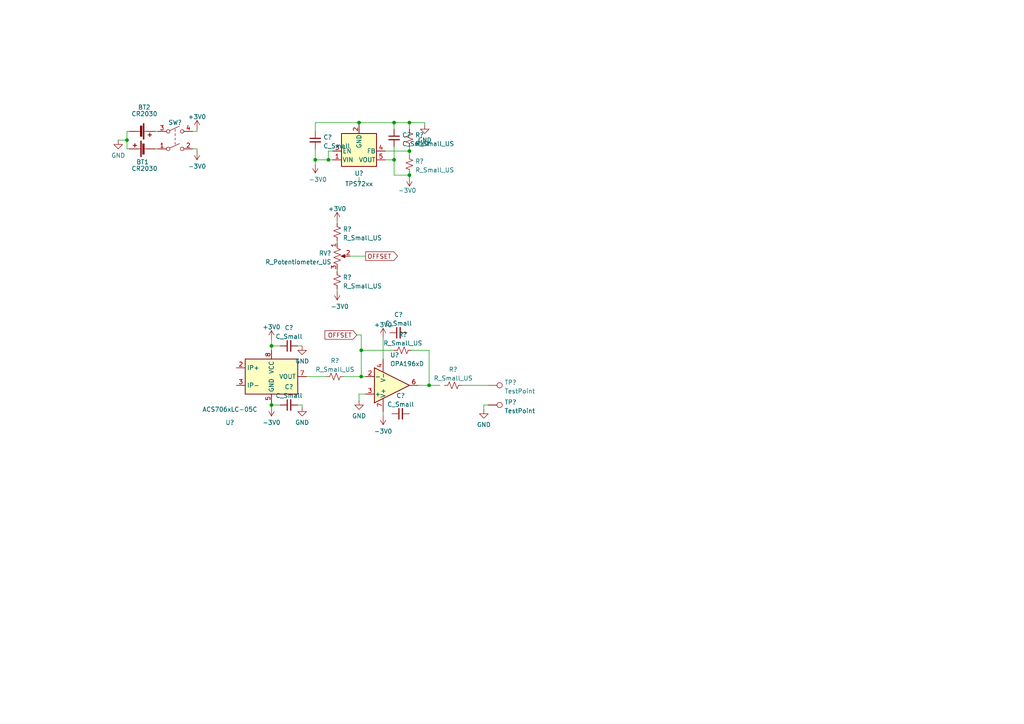
<source format=kicad_sch>
(kicad_sch (version 20211123) (generator eeschema)
  (paper "A4")
  (lib_symbols
    (symbol "Amplifier_Operational:OPA196xD" (pin_names (offset 0.127))
      (property "Reference" "U" (at 0 6.35 0))
      (property "Value" "OPA196xD" (at 0 3.81 0))
      (symbol "OPA196xD_0_1"
        (polyline (pts (xy -5.08 5.08) (xy 5.08 0) (xy -5.08 -5.08) (xy -5.08 5.08)) (stroke (width 0.254)) (fill (type background)))
      )
      (symbol "OPA196xD_1_1"
        (pin no_connect line (at -2.54 2.54 270) (length 2.54) hide (name "NC") (number "1"))
        (pin input line (at -7.62 -2.54 0) (length 2.54) (name "-") (number "2"))
        (pin input line (at -7.62 2.54 0) (length 2.54) (name "+") (number "3"))
        (pin power_in line (at -2.54 -7.62 90) (length 3.81) (name "V-") (number "4"))
        (pin no_connect line (at 0 2.54 270) (length 2.54) hide (name "NC") (number "5"))
        (pin output line (at 7.62 0 180) (length 2.54) (name "~") (number "6"))
        (pin power_in line (at -2.54 7.62 270) (length 3.81) (name "V+") (number "7"))
        (pin no_connect line (at 0 -2.54 90) (length 2.54) hide (name "NC") (number "8"))
      )
    )
    (symbol "Connector:TestPoint" (pin_numbers hide) (pin_names (offset 0.762) hide)
      (property "Reference" "TP" (at 0 6.858 0))
      (property "Value" "TestPoint" (at 0 5.08 0))
      (symbol "TestPoint_0_1"
        (circle (center 0 3.302) (radius 0.762))
      )
      (symbol "TestPoint_1_1"
        (pin passive line (at 0 0 90) (length 2.54) (name "1") (number "1"))
      )
    )
    (symbol "Device:Battery_Cell" (pin_numbers hide) (pin_names (offset 0) hide)
      (property "Reference" "BT" (at 2.54 2.54 0))
      (property "Value" "Battery_Cell" (at 2.54 0 0))
      (symbol "Battery_Cell_0_1"
        (rectangle (start -2.286 1.778) (end 2.286 1.524) (fill (type outline)))
        (rectangle (start -1.5748 1.1938) (end 1.4732 0.6858) (fill (type outline)))
        (polyline (pts (xy 0 0.762) (xy 0 0)))
        (polyline (pts (xy 0 1.778) (xy 0 2.54)))
        (polyline (pts (xy 0.508 3.429) (xy 1.524 3.429)) (stroke (width 0.254)))
        (polyline (pts (xy 1.016 3.937) (xy 1.016 2.921)) (stroke (width 0.254)))
      )
      (symbol "Battery_Cell_1_1"
        (pin passive line (at 0 5.08 270) (length 2.54) (name "+") (number "1"))
        (pin passive line (at 0 -2.54 90) (length 2.54) (name "-") (number "2"))
      )
    )
    (symbol "Device:C_Small" (pin_numbers hide) (pin_names (offset 0.254) hide)
      (property "Reference" "C" (at 0.254 1.778 0))
      (property "Value" "C_Small" (at 0.254 -2.032 0))
      (symbol "C_Small_0_1"
        (polyline (pts (xy -1.524 -0.508) (xy 1.524 -0.508)) (stroke (width 0.3302)))
        (polyline (pts (xy -1.524 0.508) (xy 1.524 0.508)) (stroke (width 0.3048)))
      )
      (symbol "C_Small_1_1"
        (pin passive line (at 0 2.54 270) (length 2.032) (name "~") (number "1"))
        (pin passive line (at 0 -2.54 90) (length 2.032) (name "~") (number "2"))
      )
    )
    (symbol "Device:R_Potentiometer_US" (pin_names (offset 1.016) hide)
      (property "Reference" "RV" (at -4.445 0 90))
      (property "Value" "R_Potentiometer_US" (at -2.54 0 90))
      (symbol "R_Potentiometer_US_0_1"
        (polyline (pts (xy 0 -2.286) (xy 0 -2.54)))
        (polyline (pts (xy 0 2.54) (xy 0 2.286)))
        (polyline (pts (xy 2.54 0) (xy 1.524 0)))
        (polyline (pts (xy 1.143 0) (xy 2.286 0.508) (xy 2.286 -0.508) (xy 1.143 0)) (fill (type outline)))
        (polyline (pts (xy 0 -0.762) (xy 1.016 -1.143) (xy 0 -1.524) (xy -1.016 -1.905) (xy 0 -2.286)))
        (polyline (pts (xy 0 0.762) (xy 1.016 0.381) (xy 0 0) (xy -1.016 -0.381) (xy 0 -0.762)))
        (polyline (pts (xy 0 2.286) (xy 1.016 1.905) (xy 0 1.524) (xy -1.016 1.143) (xy 0 0.762)))
      )
      (symbol "R_Potentiometer_US_1_1"
        (pin passive line (at 0 3.81 270) (length 1.27) (name "1") (number "1"))
        (pin passive line (at 3.81 0 180) (length 1.27) (name "2") (number "2"))
        (pin passive line (at 0 -3.81 90) (length 1.27) (name "3") (number "3"))
      )
    )
    (symbol "Device:R_Small_US" (pin_numbers hide) (pin_names (offset 0.254) hide)
      (property "Reference" "R" (at 0.762 0.508 0))
      (property "Value" "R_Small_US" (at 0.762 -1.016 0))
      (symbol "R_Small_US_1_1"
        (polyline (pts (xy 0 0) (xy 1.016 -0.381) (xy 0 -0.762) (xy -1.016 -1.143) (xy 0 -1.524)))
        (polyline (pts (xy 0 1.524) (xy 1.016 1.143) (xy 0 0.762) (xy -1.016 0.381) (xy 0 0)))
        (pin passive line (at 0 2.54 270) (length 1.016) (name "~") (number "1"))
        (pin passive line (at 0 -2.54 90) (length 1.016) (name "~") (number "2"))
      )
    )
    (symbol "Regulator_Linear:TPS72201" (pin_names (offset 0.254))
      (property "Reference" "U" (at -3.81 5.715 0))
      (property "Value" "TPS72201" (at 0 5.715 0))
      (symbol "TPS72201_0_1"
        (rectangle (start -5.08 4.445) (end 5.08 -5.08) (stroke (width 0.254)) (fill (type background)))
      )
      (symbol "TPS72201_1_1"
        (pin power_in line (at -7.62 2.54 0) (length 2.54) (name "VIN") (number "1"))
        (pin power_in line (at 0 -7.62 90) (length 2.54) (name "GND") (number "2"))
        (pin input line (at -7.62 0 0) (length 2.54) (name "EN") (number "3"))
        (pin input line (at 7.62 0 180) (length 2.54) (name "FB") (number "4"))
        (pin power_out line (at 7.62 2.54 180) (length 2.54) (name "VOUT") (number "5"))
      )
    )
    (symbol "Sensor_Current:ACS706xLC-05C"
      (property "Reference" "U" (at -7.62 6.35 0))
      (property "Value" "ACS706xLC-05C" (at 1.27 6.35 0))
      (symbol "ACS706xLC-05C_0_1"
        (rectangle (start -7.62 5.08) (end 7.62 -5.08) (stroke (width 0.254)) (fill (type background)))
      )
      (symbol "ACS706xLC-05C_1_1"
        (pin passive line (at -10.16 2.54 0) (length 2.54) hide (name "IP+") (number "1"))
        (pin passive line (at -10.16 2.54 0) (length 2.54) (name "IP+") (number "2"))
        (pin passive line (at -10.16 -2.54 0) (length 2.54) (name "IP-") (number "3"))
        (pin passive line (at -10.16 -2.54 0) (length 2.54) hide (name "IP-") (number "4"))
        (pin power_in line (at 0 -7.62 90) (length 2.54) (name "GND") (number "5"))
        (pin no_connect line (at 7.62 -2.54 180) (length 2.54) hide (name "NC") (number "6"))
        (pin output line (at 10.16 0 180) (length 2.54) (name "VOUT") (number "7"))
        (pin power_in line (at 0 7.62 270) (length 2.54) (name "VCC") (number "8"))
      )
    )
    (symbol "Switch:SW_DPST" (pin_names (offset 0) hide)
      (property "Reference" "SW" (at 0 5.08 0))
      (property "Value" "SW_DPST" (at 0 -5.08 0))
      (symbol "SW_DPST_0_0"
        (circle (center -2.032 -2.54) (radius 0.508))
        (circle (center -2.032 2.54) (radius 0.508))
        (polyline (pts (xy -1.524 -2.286) (xy 1.27 -1.016)))
        (polyline (pts (xy -1.524 2.794) (xy 1.27 4.064)))
        (polyline (pts (xy 0 -1.27) (xy 0 -0.635)))
        (polyline (pts (xy 0 0) (xy 0 0.635)))
        (polyline (pts (xy 0 1.27) (xy 0 1.905)))
        (polyline (pts (xy 0 2.54) (xy 0 3.175)))
        (circle (center 2.032 -2.54) (radius 0.508))
        (circle (center 2.032 2.54) (radius 0.508))
      )
      (symbol "SW_DPST_1_1"
        (pin passive line (at -5.08 -2.54 0) (length 2.54) (name "1") (number "1"))
        (pin passive line (at 5.08 -2.54 180) (length 2.54) (name "2") (number "2"))
        (pin passive line (at -5.08 2.54 0) (length 2.54) (name "3") (number "3"))
        (pin passive line (at 5.08 2.54 180) (length 2.54) (name "4") (number "4"))
      )
    )
    (symbol "current_sensor:+3V" (power) (pin_names (offset 0))
      (property "Value" "+3V" (at 0 3.556 0))
      (symbol "+3V_0_1"
        (polyline (pts (xy -0.762 1.27) (xy 0 2.54)))
        (polyline (pts (xy 0 0) (xy 0 2.54)))
        (polyline (pts (xy 0 2.54) (xy 0.762 1.27)))
      )
      (symbol "+3V_1_1"
        (pin power_in line (at 0 0 90) (length 0) hide (name "+3V0") (number "1"))
      )
    )
    (symbol "current_sensor:-1V5" (power) (pin_names (offset 0))
      (property "Value" "-1V5" (at 0 3.556 0))
      (symbol "-1V5_0_1"
        (polyline (pts (xy -0.762 1.27) (xy 0 2.54)))
        (polyline (pts (xy 0 0) (xy 0 2.54)))
        (polyline (pts (xy 0 2.54) (xy 0.762 1.27)))
      )
      (symbol "-1V5_1_1"
        (pin power_in line (at 0 0 90) (length 0) hide (name "-3V0") (number "1"))
      )
    )
    (symbol "current_sensor:-3V" (power) (pin_names (offset 0))
      (property "Value" "-3V" (at 0 3.556 0))
      (symbol "-3V_0_1"
        (polyline (pts (xy -0.762 1.27) (xy 0 2.54)))
        (polyline (pts (xy 0 0) (xy 0 2.54)))
        (polyline (pts (xy 0 2.54) (xy 0.762 1.27)))
      )
      (symbol "-3V_1_1"
        (pin power_in line (at 0 0 90) (length 0) hide (name "-3V0") (number "1"))
      )
    )
    (symbol "power:GND" (power) (pin_names (offset 0))
      (property "Value" "GND" (at 0 -3.81 0))
      (symbol "GND_0_1"
        (polyline (pts (xy 0 0) (xy 0 -1.27) (xy 1.27 -1.27) (xy 0 -2.54) (xy -1.27 -1.27) (xy 0 -1.27)))
      )
      (symbol "GND_1_1"
        (pin power_in line (at 0 0 270) (length 0) hide (name "GND") (number "1"))
      )
    )
  )
  (junction (at 118.745 50.8))
  (junction (at 104.775 101.6))
  (junction (at 114.3 35.56))
  (junction (at 114.3 46.355))
  (junction (at 104.775 109.22))
  (junction (at 104.14 35.56))
  (junction (at 124.46 111.76))
  (junction (at 78.74 100.33))
  (junction (at 91.44 46.355))
  (junction (at 95.25 46.355))
  (junction (at 78.74 117.475))
  (junction (at 118.745 43.815))
  (junction (at 36.83 40.64))
  (junction (at 118.745 35.56))
  (wire (pts (xy 104.14 35.56) (xy 91.44 35.56)))
  (wire (pts (xy 111.76 43.815) (xy 118.745 43.815)))
  (wire (pts (xy 45.085 38.1) (xy 45.72 38.1)))
  (wire (pts (xy 97.79 83.82) (xy 97.79 84.455)))
  (wire (pts (xy 114.3 35.56) (xy 114.3 37.465)))
  (wire (pts (xy 104.14 36.195) (xy 104.14 35.56)))
  (wire (pts (xy 111.125 119.38) (xy 111.125 120.65)))
  (wire (pts (xy 104.14 114.3) (xy 104.14 116.205)))
  (wire (pts (xy 104.14 51.435) (xy 104.14 53.34)))
  (wire (pts (xy 57.15 38.1) (xy 57.15 37.465)))
  (wire (pts (xy 114.3 50.8) (xy 118.745 50.8)))
  (wire (pts (xy 101.6 74.295) (xy 106.045 74.295)))
  (wire (pts (xy 104.14 35.56) (xy 114.3 35.56)))
  (wire (pts (xy 97.79 78.105) (xy 97.79 78.74)))
  (wire (pts (xy 124.46 111.76) (xy 127.635 111.76)))
  (wire (pts (xy 104.775 109.22) (xy 106.045 109.22)))
  (wire (pts (xy 114.3 42.545) (xy 114.3 46.355)))
  (wire (pts (xy 97.79 64.135) (xy 97.79 64.77)))
  (wire (pts (xy 123.19 35.56) (xy 123.19 36.195)))
  (wire (pts (xy 78.74 100.33) (xy 81.28 100.33)))
  (wire (pts (xy 86.36 100.33) (xy 87.63 100.33)))
  (wire (pts (xy 57.15 43.18) (xy 57.15 43.815)))
  (wire (pts (xy 119.38 101.6) (xy 124.46 101.6)))
  (wire (pts (xy 45.085 43.18) (xy 45.72 43.18)))
  (wire (pts (xy 97.79 69.85) (xy 97.79 70.485)))
  (wire (pts (xy 114.3 35.56) (xy 118.745 35.56)))
  (wire (pts (xy 118.745 50.8) (xy 118.745 51.435)))
  (wire (pts (xy 78.74 116.84) (xy 78.74 117.475)))
  (wire (pts (xy 141.605 117.475) (xy 140.335 117.475)))
  (wire (pts (xy 36.83 40.64) (xy 36.83 43.18)))
  (wire (pts (xy 37.465 38.1) (xy 36.83 38.1)))
  (wire (pts (xy 91.44 46.355) (xy 95.25 46.355)))
  (wire (pts (xy 78.74 98.425) (xy 78.74 100.33)))
  (wire (pts (xy 118.745 50.165) (xy 118.745 50.8)))
  (wire (pts (xy 118.745 42.545) (xy 118.745 43.815)))
  (wire (pts (xy 111.76 46.355) (xy 114.3 46.355)))
  (wire (pts (xy 55.88 43.18) (xy 57.15 43.18)))
  (wire (pts (xy 118.745 35.56) (xy 123.19 35.56)))
  (wire (pts (xy 104.775 97.155) (xy 104.775 101.6)))
  (wire (pts (xy 111.125 97.79) (xy 111.125 104.14)))
  (wire (pts (xy 118.745 35.56) (xy 118.745 37.465)))
  (wire (pts (xy 103.505 97.155) (xy 104.775 97.155)))
  (wire (pts (xy 121.285 111.76) (xy 124.46 111.76)))
  (wire (pts (xy 36.83 38.1) (xy 36.83 40.64)))
  (wire (pts (xy 78.74 117.475) (xy 78.74 118.11)))
  (wire (pts (xy 96.52 43.815) (xy 95.25 43.815)))
  (wire (pts (xy 95.25 46.355) (xy 96.52 46.355)))
  (wire (pts (xy 114.3 101.6) (xy 104.775 101.6)))
  (wire (pts (xy 86.36 117.475) (xy 87.63 117.475)))
  (wire (pts (xy 88.9 109.22) (xy 94.615 109.22)))
  (wire (pts (xy 55.88 38.1) (xy 57.15 38.1)))
  (wire (pts (xy 87.63 117.475) (xy 87.63 118.11)))
  (wire (pts (xy 91.44 35.56) (xy 91.44 38.1)))
  (wire (pts (xy 140.335 117.475) (xy 140.335 118.745)))
  (wire (pts (xy 118.745 43.815) (xy 118.745 45.085)))
  (wire (pts (xy 36.83 43.18) (xy 37.465 43.18)))
  (wire (pts (xy 91.44 43.18) (xy 91.44 46.355)))
  (wire (pts (xy 133.985 111.76) (xy 141.605 111.76)))
  (wire (pts (xy 78.74 117.475) (xy 81.28 117.475)))
  (wire (pts (xy 99.695 109.22) (xy 104.775 109.22)))
  (wire (pts (xy 95.25 43.815) (xy 95.25 46.355)))
  (wire (pts (xy 104.775 101.6) (xy 104.775 109.22)))
  (wire (pts (xy 36.83 40.64) (xy 34.29 40.64)))
  (wire (pts (xy 78.74 100.33) (xy 78.74 101.6)))
  (wire (pts (xy 91.44 46.355) (xy 91.44 47.625)))
  (wire (pts (xy 104.14 114.3) (xy 106.045 114.3)))
  (wire (pts (xy 124.46 101.6) (xy 124.46 111.76)))
  (wire (pts (xy 114.3 46.355) (xy 114.3 50.8)))
  (global_label "OFFSET" (shape input) (at 103.505 97.155 180) (property "Intersheet References" "${INTERSHEET_REFS}" (effects hide)))
  (global_label "OFFSET" (shape output) (at 106.045 74.295 0) (property "Intersheet References" "${INTERSHEET_REFS}" (effects hide)))
  (symbol (lib_id "Device:R_Small_US") (at 97.79 67.31 180) (unit 1)
    (property "Reference" "R?" (at 99.441 66.4753 0) (effects (justify right)))
    (property "Value" "R_Small_US" (at 99.441 69.0122 0) (effects (justify right)))
  )
  (symbol (lib_id "current_sensor:-1V5") (at 118.745 51.435 180) (unit 1)
    (property "Reference" "#PWR?" (effects hide))
    (property "Value" "-1V5" (at 118.11 55.245 0))
  )
  (symbol (lib_id "Device:C_Small") (at 83.82 117.475 90) (unit 1)
    (property "Reference" "C?" (at 83.8263 112.2131 90))
    (property "Value" "C_Small" (at 83.8263 114.75 90))
  )
  (symbol (lib_id "Device:R_Small_US") (at 118.745 47.625 0) (unit 1)
    (property "Reference" "R?" (at 120.396 46.7903 0) (effects (justify left)))
    (property "Value" "R_Small_US" (at 120.396 49.3272 0) (effects (justify left)))
  )
  (symbol (lib_id "Connector:TestPoint") (at 141.605 117.475 270) (unit 1)
    (property "Reference" "TP?" (at 146.304 116.6403 90) (effects (justify left)))
    (property "Value" "TestPoint" (at 146.304 119.1772 90) (effects (justify left)))
  )
  (symbol (lib_id "Device:C_Small") (at 83.82 100.33 90) (unit 1)
    (property "Reference" "C?" (at 83.8263 95.0681 90))
    (property "Value" "C_Small" (at 83.8263 97.605 90))
  )
  (symbol (lib_id "Device:C_Small") (at 115.57 96.52 90) (unit 1)
    (property "Reference" "C?" (at 115.5763 91.2581 90))
    (property "Value" "C_Small" (at 115.5763 93.795 90))
  )
  (symbol (lib_id "Amplifier_Operational:OPA196xD") (at 113.665 111.76 0) (mirror x) (unit 1)
    (property "Reference" "U?" (at 113.1444 102.9802 0) (effects (justify left)))
    (property "Value" "OPA196xD" (at 113.1444 105.5171 0) (effects (justify left)))
    (property "Footprint" "Package_SO:SOIC-8_3.9x4.9mm_P1.27mm" (effects hide))
    (property "Datasheet" "http://www.ti.com/lit/ds/symlink/opa4196.pdf" (effects hide))
  )
  (symbol (lib_id "Sensor_Current:ACS706xLC-05C") (at 78.74 109.22 0) (unit 1)
    (property "Reference" "U?" (at 66.675 122.555 0))
    (property "Value" "ACS706xLC-05C" (at 66.675 118.745 0))
    (property "Footprint" "Package_SO:SOIC-8_3.9x4.9mm_P1.27mm" (effects hide))
    (property "Datasheet" "http://www.allegromicro.com/~/media/Files/Datasheets/ACS706ELC-05C-Datasheet.ashx" (effects hide))
  )
  (symbol (lib_id "Device:C_Small") (at 116.205 120.015 90) (unit 1)
    (property "Reference" "C?" (at 116.2113 114.7531 90))
    (property "Value" "C_Small" (at 116.2113 117.29 90))
  )
  (symbol (lib_id "Device:Battery_Cell") (at 40.005 38.1 270) (unit 1)
    (property "Reference" "BT2" (at 40.005 31.115 90) (effects (justify left)))
    (property "Value" "CR2030" (at 38.1 33.02 90) (effects (justify left)))
  )
  (symbol (lib_id "Device:Battery_Cell") (at 42.545 43.18 90) (unit 1)
    (property "Reference" "BT1" (at 43.18 46.99 90) (effects (justify left)))
    (property "Value" "CR2030" (at 45.72 48.895 90) (effects (justify left)))
  )
  (symbol (lib_id "current_sensor:-3V") (at 97.79 84.455 180) (unit 1)
    (property "Reference" "#PWR?" (effects hide))
    (property "Value" "-3V" (at 95.885 88.9 0) (effects (justify right)))
  )
  (symbol (lib_id "Device:R_Small_US") (at 131.445 111.76 90) (unit 1)
    (property "Reference" "R?" (at 131.445 107.1712 90))
    (property "Value" "R_Small_US" (at 131.445 109.7081 90))
  )
  (symbol (lib_id "current_sensor:-3V") (at 57.15 43.815 180) (unit 1)
    (property "Reference" "#PWR?" (effects hide))
    (property "Value" "-3V" (at 57.15 48.2584 0))
  )
  (symbol (lib_id "Device:C_Small") (at 114.3 40.005 0) (unit 1)
    (property "Reference" "C?" (at 116.6241 39.1766 0) (effects (justify left)))
    (property "Value" "C_Small" (at 116.6241 41.7135 0) (effects (justify left)))
  )
  (symbol (lib_id "Device:R_Potentiometer_US") (at 97.79 74.295 0) (unit 1)
    (property "Reference" "RV?" (at 96.1391 73.4603 0) (effects (justify right)))
    (property "Value" "R_Potentiometer_US" (at 96.1391 75.9972 0) (effects (justify right)))
  )
  (symbol (lib_id "Connector:TestPoint") (at 141.605 111.76 270) (unit 1)
    (property "Reference" "TP?" (at 146.304 110.9253 90) (effects (justify left)))
    (property "Value" "TestPoint" (at 146.304 113.4622 90) (effects (justify left)))
  )
  (symbol (lib_id "Device:R_Small_US") (at 97.79 81.28 180) (unit 1)
    (property "Reference" "R?" (at 99.441 80.4453 0) (effects (justify right)))
    (property "Value" "R_Small_US" (at 99.441 82.9822 0) (effects (justify right)))
  )
  (symbol (lib_id "current_sensor:+3V") (at 57.15 37.465 0) (unit 1)
    (property "Reference" "#PWR?" (effects hide))
    (property "Value" "+3V" (at 57.15 33.8892 0))
  )
  (symbol (lib_id "current_sensor:-1V5") (at 78.74 118.11 180) (unit 1)
    (property "Reference" "#PWR?" (effects hide))
    (property "Value" "-1V5" (at 78.74 122.5534 0))
  )
  (symbol (lib_id "Device:R_Small_US") (at 116.84 101.6 90) (unit 1)
    (property "Reference" "R?" (at 116.84 97.0112 90))
    (property "Value" "R_Small_US" (at 116.84 99.5481 90))
  )
  (symbol (lib_id "Regulator_Linear:TPS72201") (at 104.14 43.815 0) (mirror x) (unit 1)
    (property "Reference" "U?" (at 104.14 50.2904 0))
    (property "Value" "TPS72xx" (at 104.14 53.34 0))
    (property "Footprint" "Package_TO_SOT_SMD:SOT-23-5" (effects hide))
    (property "Datasheet" "http://www.ti.com/lit/ds/symlink/tps722.pdf" (effects hide))
  )
  (symbol (lib_id "Device:R_Small_US") (at 97.155 109.22 90) (unit 1)
    (property "Reference" "R?" (at 97.155 104.6312 90))
    (property "Value" "R_Small_US" (at 97.155 107.1681 90))
  )
  (symbol (lib_id "power:GND") (at 34.29 40.64 0) (unit 1)
    (property "Reference" "#PWR?" (effects hide))
    (property "Value" "GND" (at 34.29 45.0834 0))
  )
  (symbol (lib_id "Device:R_Small_US") (at 118.745 40.005 0) (unit 1)
    (property "Reference" "R?" (at 120.396 39.1703 0) (effects (justify left)))
    (property "Value" "R_Small_US" (at 120.396 41.7072 0) (effects (justify left)))
  )
  (symbol (lib_id "Switch:SW_DPST") (at 50.8 40.64 0) (unit 1)
    (property "Reference" "SW?" (at 50.8 35.5402 0))
    (property "Value" "SW_DPST" (effects hide))
  )
  (symbol (lib_id "current_sensor:-3V") (at 111.125 120.65 180) (unit 1)
    (property "Reference" "#PWR?" (effects hide))
    (property "Value" "-3V" (at 111.125 125.0934 0))
  )
  (symbol (lib_id "power:GND") (at 140.335 118.745 0) (unit 1)
    (property "Reference" "#PWR?" (effects hide))
    (property "Value" "GND" (at 140.335 123.1884 0))
  )
  (symbol (lib_id "current_sensor:+3V") (at 78.74 98.425 0) (unit 1)
    (property "Reference" "#PWR?" (effects hide))
    (property "Value" "+3V" (at 78.74 94.8492 0))
  )
  (symbol (lib_id "power:GND") (at 123.19 36.195 0) (unit 1)
    (property "Reference" "#PWR?" (effects hide))
    (property "Value" "GND" (at 123.19 40.6384 0))
  )
  (symbol (lib_id "current_sensor:+3V") (at 111.125 97.79 0) (unit 1)
    (property "Reference" "#PWR?" (effects hide))
    (property "Value" "+3V" (at 111.125 94.2142 0))
  )
  (symbol (lib_id "Device:C_Small") (at 91.44 40.64 0) (unit 1)
    (property "Reference" "C?" (at 93.7641 39.8116 0) (effects (justify left)))
    (property "Value" "C_Small" (at 93.7641 42.3485 0) (effects (justify left)))
  )
  (symbol (lib_id "power:GND") (at 87.63 100.33 0) (unit 1)
    (property "Reference" "#PWR?" (effects hide))
    (property "Value" "GND" (at 87.63 104.7734 0))
  )
  (symbol (lib_id "power:GND") (at 87.63 118.11 0) (unit 1)
    (property "Reference" "#PWR?" (effects hide))
    (property "Value" "GND" (at 87.63 122.5534 0))
  )
  (symbol (lib_id "current_sensor:-3V") (at 91.44 47.625 180) (unit 1)
    (property "Reference" "#PWR?" (effects hide))
    (property "Value" "-3V" (at 89.535 52.07 0) (effects (justify right)))
  )
  (symbol (lib_id "current_sensor:+3V") (at 97.79 64.135 0) (unit 1)
    (property "Reference" "#PWR?" (effects hide))
    (property "Value" "+3V" (at 97.79 60.5592 0))
  )
  (symbol (lib_id "power:GND") (at 104.14 116.205 0) (unit 1)
    (property "Reference" "#PWR?" (effects hide))
    (property "Value" "GND" (at 104.14 120.6484 0))
  )
)
</source>
